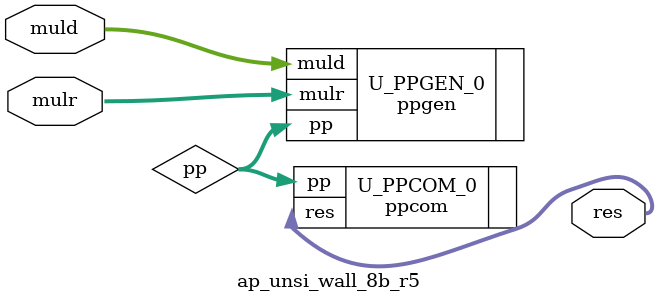
<source format=v>
module ap_unsi_wall_8b_r5 (
    input  [7:0] muld,
    input  [7:0] mulr,
    
    output [15:0] res
);

wire [63:0] pp;

ppgen #(
    .DW                             ( 8                             ))
U_PPGEN_0(
    .muld                           ( muld                          ),
    .mulr                           ( mulr                          ),
    .pp                             ( pp                            )
);


ppcom U_PPCOM_0(
    .pp                             ( pp                            ),
    .res                            ( res                           )
);


endmodule

</source>
